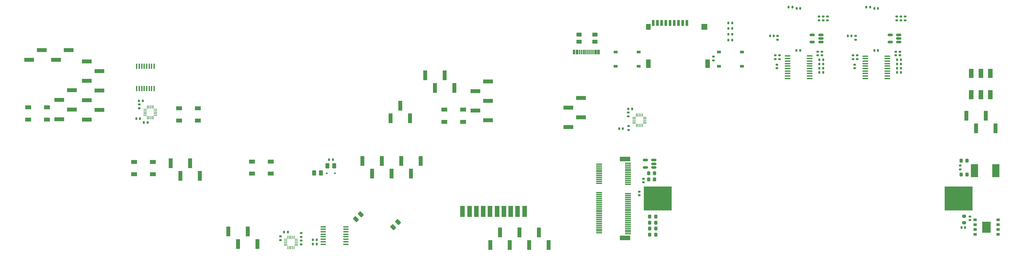
<source format=gbr>
%TF.GenerationSoftware,KiCad,Pcbnew,(6.0.5)*%
%TF.CreationDate,2022-07-01T10:57:45+02:00*%
%TF.ProjectId,clarinoid-bodytest,636c6172-696e-46f6-9964-2d626f647974,rev?*%
%TF.SameCoordinates,Original*%
%TF.FileFunction,Paste,Top*%
%TF.FilePolarity,Positive*%
%FSLAX46Y46*%
G04 Gerber Fmt 4.6, Leading zero omitted, Abs format (unit mm)*
G04 Created by KiCad (PCBNEW (6.0.5)) date 2022-07-01 10:57:45*
%MOMM*%
%LPD*%
G01*
G04 APERTURE LIST*
G04 Aperture macros list*
%AMRoundRect*
0 Rectangle with rounded corners*
0 $1 Rounding radius*
0 $2 $3 $4 $5 $6 $7 $8 $9 X,Y pos of 4 corners*
0 Add a 4 corners polygon primitive as box body*
4,1,4,$2,$3,$4,$5,$6,$7,$8,$9,$2,$3,0*
0 Add four circle primitives for the rounded corners*
1,1,$1+$1,$2,$3*
1,1,$1+$1,$4,$5*
1,1,$1+$1,$6,$7*
1,1,$1+$1,$8,$9*
0 Add four rect primitives between the rounded corners*
20,1,$1+$1,$2,$3,$4,$5,0*
20,1,$1+$1,$4,$5,$6,$7,0*
20,1,$1+$1,$6,$7,$8,$9,0*
20,1,$1+$1,$8,$9,$2,$3,0*%
%AMFreePoly0*
4,1,14,0.088284,0.450784,0.100000,0.422500,0.100000,-0.422500,0.088284,-0.450784,0.060000,-0.462500,0.036569,-0.462500,0.008285,-0.450784,-0.088284,-0.354215,-0.100000,-0.325931,-0.100000,0.422500,-0.088284,0.450784,-0.060000,0.462500,0.060000,0.462500,0.088284,0.450784,0.088284,0.450784,$1*%
%AMFreePoly1*
4,1,14,0.088284,0.450784,0.100000,0.422500,0.100000,-0.325931,0.088284,-0.354215,-0.008285,-0.450784,-0.036569,-0.462500,-0.060000,-0.462500,-0.088284,-0.450784,-0.100000,-0.422500,-0.100000,0.422500,-0.088284,0.450784,-0.060000,0.462500,0.060000,0.462500,0.088284,0.450784,0.088284,0.450784,$1*%
%AMFreePoly2*
4,1,14,0.450784,0.088284,0.462500,0.060000,0.462500,-0.060000,0.450784,-0.088284,0.422500,-0.100000,-0.422500,-0.100000,-0.450784,-0.088284,-0.462500,-0.060000,-0.462500,-0.036569,-0.450784,-0.008285,-0.354215,0.088284,-0.325931,0.100000,0.422500,0.100000,0.450784,0.088284,0.450784,0.088284,$1*%
%AMFreePoly3*
4,1,14,0.450784,0.088284,0.462500,0.060000,0.462500,-0.060000,0.450784,-0.088284,0.422500,-0.100000,-0.325931,-0.100000,-0.354215,-0.088284,-0.450784,0.008285,-0.462500,0.036569,-0.462500,0.060000,-0.450784,0.088284,-0.422500,0.100000,0.422500,0.100000,0.450784,0.088284,0.450784,0.088284,$1*%
%AMFreePoly4*
4,1,14,-0.008285,0.450784,0.088284,0.354215,0.100000,0.325931,0.100000,-0.422500,0.088284,-0.450784,0.060000,-0.462500,-0.060000,-0.462500,-0.088284,-0.450784,-0.100000,-0.422500,-0.100000,0.422500,-0.088284,0.450784,-0.060000,0.462500,-0.036569,0.462500,-0.008285,0.450784,-0.008285,0.450784,$1*%
%AMFreePoly5*
4,1,14,0.088284,0.450784,0.100000,0.422500,0.100000,-0.422500,0.088284,-0.450784,0.060000,-0.462500,-0.060000,-0.462500,-0.088284,-0.450784,-0.100000,-0.422500,-0.100000,0.325931,-0.088284,0.354215,0.008285,0.450784,0.036569,0.462500,0.060000,0.462500,0.088284,0.450784,0.088284,0.450784,$1*%
%AMFreePoly6*
4,1,14,0.450784,0.088284,0.462500,0.060000,0.462500,0.036569,0.450784,0.008285,0.354215,-0.088284,0.325931,-0.100000,-0.422500,-0.100000,-0.450784,-0.088284,-0.462500,-0.060000,-0.462500,0.060000,-0.450784,0.088284,-0.422500,0.100000,0.422500,0.100000,0.450784,0.088284,0.450784,0.088284,$1*%
%AMFreePoly7*
4,1,14,0.354215,0.088284,0.450784,-0.008285,0.462500,-0.036569,0.462500,-0.060000,0.450784,-0.088284,0.422500,-0.100000,-0.422500,-0.100000,-0.450784,-0.088284,-0.462500,-0.060000,-0.462500,0.060000,-0.450784,0.088284,-0.422500,0.100000,0.325931,0.100000,0.354215,0.088284,0.354215,0.088284,$1*%
G04 Aperture macros list end*
%ADD10R,1.300000X2.375000*%
%ADD11R,1.000000X2.510000*%
%ADD12RoundRect,0.150000X0.512500X0.150000X-0.512500X0.150000X-0.512500X-0.150000X0.512500X-0.150000X0*%
%ADD13RoundRect,0.140000X-0.170000X0.140000X-0.170000X-0.140000X0.170000X-0.140000X0.170000X0.140000X0*%
%ADD14RoundRect,0.135000X-0.185000X0.135000X-0.185000X-0.135000X0.185000X-0.135000X0.185000X0.135000X0*%
%ADD15RoundRect,0.135000X0.185000X-0.135000X0.185000X0.135000X-0.185000X0.135000X-0.185000X-0.135000X0*%
%ADD16RoundRect,0.140000X0.140000X0.170000X-0.140000X0.170000X-0.140000X-0.170000X0.140000X-0.170000X0*%
%ADD17RoundRect,0.140000X-0.140000X-0.170000X0.140000X-0.170000X0.140000X0.170000X-0.140000X0.170000X0*%
%ADD18RoundRect,0.100000X-0.637500X-0.100000X0.637500X-0.100000X0.637500X0.100000X-0.637500X0.100000X0*%
%ADD19RoundRect,0.135000X-0.135000X-0.185000X0.135000X-0.185000X0.135000X0.185000X-0.135000X0.185000X0*%
%ADD20RoundRect,0.135000X0.135000X0.185000X-0.135000X0.185000X-0.135000X-0.185000X0.135000X-0.185000X0*%
%ADD21R,2.510000X1.000000*%
%ADD22R,0.450000X1.475000*%
%ADD23RoundRect,0.225000X-0.225000X-0.250000X0.225000X-0.250000X0.225000X0.250000X-0.225000X0.250000X0*%
%ADD24R,0.950000X0.700000*%
%ADD25R,2.250000X2.850000*%
%ADD26RoundRect,0.147500X-0.147500X-0.172500X0.147500X-0.172500X0.147500X0.172500X-0.147500X0.172500X0*%
%ADD27R,7.340000X6.350000*%
%ADD28R,0.300000X1.150000*%
%ADD29RoundRect,0.225000X0.225000X0.250000X-0.225000X0.250000X-0.225000X-0.250000X0.225000X-0.250000X0*%
%ADD30R,0.600000X0.450000*%
%ADD31R,1.500000X1.000000*%
%ADD32R,0.700000X1.600000*%
%ADD33R,1.200000X1.500000*%
%ADD34R,1.200000X2.200000*%
%ADD35R,1.600000X1.500000*%
%ADD36RoundRect,0.250000X0.262500X0.450000X-0.262500X0.450000X-0.262500X-0.450000X0.262500X-0.450000X0*%
%ADD37R,1.200000X3.000000*%
%ADD38R,1.850000X3.500000*%
%ADD39RoundRect,0.250000X0.132583X-0.503814X0.503814X-0.132583X-0.132583X0.503814X-0.503814X0.132583X0*%
%ADD40R,1.000000X0.750000*%
%ADD41RoundRect,0.250000X-0.450000X0.262500X-0.450000X-0.262500X0.450000X-0.262500X0.450000X0.262500X0*%
%ADD42FreePoly0,0.000000*%
%ADD43RoundRect,0.050000X-0.050000X-0.412500X0.050000X-0.412500X0.050000X0.412500X-0.050000X0.412500X0*%
%ADD44FreePoly1,0.000000*%
%ADD45FreePoly2,0.000000*%
%ADD46RoundRect,0.050000X-0.412500X-0.050000X0.412500X-0.050000X0.412500X0.050000X-0.412500X0.050000X0*%
%ADD47FreePoly3,0.000000*%
%ADD48FreePoly4,0.000000*%
%ADD49FreePoly5,0.000000*%
%ADD50FreePoly6,0.000000*%
%ADD51FreePoly7,0.000000*%
%ADD52RoundRect,0.250000X-0.132583X0.503814X-0.503814X0.132583X0.132583X-0.503814X0.503814X-0.132583X0*%
%ADD53RoundRect,0.140000X0.170000X-0.140000X0.170000X0.140000X-0.170000X0.140000X-0.170000X-0.140000X0*%
%ADD54RoundRect,0.200000X-0.275000X0.200000X-0.275000X-0.200000X0.275000X-0.200000X0.275000X0.200000X0*%
%ADD55R,1.550000X0.300000*%
%ADD56R,2.750000X1.200000*%
%ADD57FreePoly7,270.000000*%
%ADD58RoundRect,0.050000X-0.050000X0.412500X-0.050000X-0.412500X0.050000X-0.412500X0.050000X0.412500X0*%
%ADD59FreePoly6,270.000000*%
%ADD60FreePoly5,270.000000*%
%ADD61RoundRect,0.050000X-0.412500X0.050000X-0.412500X-0.050000X0.412500X-0.050000X0.412500X0.050000X0*%
%ADD62FreePoly4,270.000000*%
%ADD63FreePoly3,270.000000*%
%ADD64FreePoly2,270.000000*%
%ADD65FreePoly1,270.000000*%
%ADD66FreePoly0,270.000000*%
%ADD67R,1.475000X0.450000*%
G04 APERTURE END LIST*
D10*
%TO.C,U1*%
X-45839196Y-204010034D03*
X-48339196Y-204010034D03*
X-50839196Y-204010034D03*
X-50839196Y-198384034D03*
X-48339196Y-198384034D03*
X-45839196Y-198384034D03*
%TD*%
D11*
%TO.C,J1*%
X-44529196Y-212852034D03*
X-47069196Y-209542034D03*
X-49609196Y-212852034D03*
X-52149196Y-209542034D03*
%TD*%
D12*
%TO.C,U5*%
X-92413707Y-190242523D03*
X-92413707Y-188342523D03*
X-90138707Y-188342523D03*
X-90138707Y-189292523D03*
X-90138707Y-190242523D03*
%TD*%
D13*
%TO.C,C12*%
X-102076207Y-194672523D03*
X-102076207Y-193712523D03*
%TD*%
D14*
%TO.C,R1*%
X-89576207Y-184502523D03*
X-89576207Y-183482523D03*
%TD*%
D15*
%TO.C,R5*%
X-101476207Y-188572523D03*
X-101476207Y-189592523D03*
%TD*%
D13*
%TO.C,C4*%
X-101676207Y-197072523D03*
X-101676207Y-196112523D03*
%TD*%
D16*
%TO.C,C5*%
X-96556207Y-192392523D03*
X-95596207Y-192392523D03*
%TD*%
D14*
%TO.C,R2*%
X-88476207Y-184502523D03*
X-88476207Y-183482523D03*
%TD*%
D13*
%TO.C,C1*%
X-89876207Y-193672523D03*
X-89876207Y-192712523D03*
%TD*%
D17*
%TO.C,C6*%
X-95571902Y-181392523D03*
X-96531902Y-181392523D03*
%TD*%
D18*
%TO.C,U4*%
X-93151207Y-193892523D03*
X-93151207Y-194542523D03*
X-93151207Y-195192523D03*
X-93151207Y-195842523D03*
X-93151207Y-196492523D03*
X-93151207Y-197142523D03*
X-93151207Y-197792523D03*
X-93151207Y-198442523D03*
X-93151207Y-199092523D03*
X-93151207Y-199742523D03*
X-98876207Y-199742523D03*
X-98876207Y-199092523D03*
X-98876207Y-198442523D03*
X-98876207Y-197792523D03*
X-98876207Y-197142523D03*
X-98876207Y-196492523D03*
X-98876207Y-195842523D03*
X-98876207Y-195192523D03*
X-98876207Y-194542523D03*
X-98876207Y-193892523D03*
%TD*%
D19*
%TO.C,R4*%
X-97641902Y-181092523D03*
X-98661902Y-181092523D03*
%TD*%
D16*
%TO.C,C11*%
X-90556207Y-198192523D03*
X-89596207Y-198192523D03*
%TD*%
D14*
%TO.C,R3*%
X-90676207Y-184502523D03*
X-90676207Y-183482523D03*
%TD*%
D17*
%TO.C,C10*%
X-89596207Y-195992523D03*
X-90556207Y-195992523D03*
%TD*%
D13*
%TO.C,C3*%
X-90976207Y-193672523D03*
X-90976207Y-192712523D03*
%TD*%
D16*
%TO.C,C8*%
X-90556207Y-197092523D03*
X-89596207Y-197092523D03*
%TD*%
%TO.C,C9*%
X-103456207Y-188582523D03*
X-102496207Y-188582523D03*
%TD*%
D17*
%TO.C,C7*%
X-89596207Y-194892523D03*
X-90556207Y-194892523D03*
%TD*%
D13*
%TO.C,C13*%
X-100976207Y-194672523D03*
X-100976207Y-193712523D03*
%TD*%
D20*
%TO.C,R17*%
X-222016696Y-243097034D03*
X-223036696Y-243097034D03*
%TD*%
D13*
%TO.C,C16*%
X-51251696Y-235917034D03*
X-51251696Y-236877034D03*
%TD*%
D16*
%TO.C,C31*%
X-142919196Y-212897034D03*
X-141959196Y-212897034D03*
%TD*%
%TO.C,C29*%
X-267471696Y-205597034D03*
X-268431696Y-205597034D03*
%TD*%
D21*
%TO.C,SW14*%
X-297156696Y-194867034D03*
X-293846696Y-192327034D03*
%TD*%
D15*
%TO.C,R5*%
X-81139196Y-189597034D03*
X-81139196Y-188577034D03*
%TD*%
D22*
%TO.C,IC3*%
X-264476696Y-196559034D03*
X-265126696Y-196559034D03*
X-265776696Y-196559034D03*
X-266426696Y-196559034D03*
X-267076696Y-196559034D03*
X-267726696Y-196559034D03*
X-268376696Y-196559034D03*
X-269026696Y-196559034D03*
X-269026696Y-202435034D03*
X-268376696Y-202435034D03*
X-267726696Y-202435034D03*
X-267076696Y-202435034D03*
X-266426696Y-202435034D03*
X-265776696Y-202435034D03*
X-265126696Y-202435034D03*
X-264476696Y-202435034D03*
%TD*%
D23*
%TO.C,C25*%
X-134926696Y-235897034D03*
X-133376696Y-235897034D03*
%TD*%
D21*
%TO.C,J21*%
X-177221696Y-200506034D03*
X-180531696Y-203046034D03*
X-177221696Y-205586034D03*
X-180531696Y-208126034D03*
X-177221696Y-210666034D03*
%TD*%
D13*
%TO.C,C13*%
X-80639196Y-193717034D03*
X-80639196Y-194677034D03*
%TD*%
D23*
%TO.C,C24*%
X-134926696Y-237497034D03*
X-133376696Y-237497034D03*
%TD*%
D14*
%TO.C,R11*%
X-118251696Y-193987034D03*
X-118251696Y-195007034D03*
%TD*%
D24*
%TO.C,IC2*%
X-49826696Y-236792034D03*
X-49826696Y-238062034D03*
X-49826696Y-239332034D03*
X-49826696Y-240602034D03*
X-43876696Y-240602034D03*
X-43876696Y-239332034D03*
X-43876696Y-238062034D03*
X-43876696Y-236792034D03*
D25*
X-46851696Y-238697034D03*
%TD*%
D12*
%TO.C,U7*%
X-133814196Y-223047034D03*
X-133814196Y-222097034D03*
X-133814196Y-221147034D03*
X-136089196Y-221147034D03*
X-136089196Y-223047034D03*
%TD*%
D17*
%TO.C,C7*%
X-70219196Y-194897034D03*
X-69259196Y-194897034D03*
%TD*%
D12*
%TO.C,U5*%
X-69801696Y-190247034D03*
X-69801696Y-189297034D03*
X-69801696Y-188347034D03*
X-72076696Y-188347034D03*
X-72076696Y-190247034D03*
%TD*%
D13*
%TO.C,C12*%
X-81739196Y-193717034D03*
X-81739196Y-194677034D03*
%TD*%
D15*
%TO.C,R12*%
X-53751696Y-223607034D03*
X-53751696Y-222587034D03*
%TD*%
D26*
%TO.C,D2*%
X-114341207Y-189692523D03*
X-113371207Y-189692523D03*
%TD*%
D16*
%TO.C,C5*%
X-75259196Y-192397034D03*
X-76219196Y-192397034D03*
%TD*%
D27*
%TO.C,BT1*%
X-54139196Y-231197034D03*
X-132799196Y-231197034D03*
%TD*%
D11*
%TO.C,J7*%
X-260136696Y-221942034D03*
X-257596696Y-225252034D03*
X-255056696Y-221942034D03*
X-252516696Y-225252034D03*
%TD*%
D14*
%TO.C,R15*%
X-226026696Y-240212034D03*
X-226026696Y-241232034D03*
%TD*%
D28*
%TO.C,J5*%
X-154856207Y-192847523D03*
X-154056207Y-192847523D03*
X-152756207Y-192847523D03*
X-151756207Y-192847523D03*
X-151256207Y-192847523D03*
X-150256207Y-192847523D03*
X-148956207Y-192847523D03*
X-148156207Y-192847523D03*
X-148456207Y-192847523D03*
X-149256207Y-192847523D03*
X-149756207Y-192847523D03*
X-150756207Y-192847523D03*
X-152256207Y-192847523D03*
X-153256207Y-192847523D03*
X-153756207Y-192847523D03*
X-154556207Y-192847523D03*
%TD*%
D14*
%TO.C,R2*%
X-68139196Y-183487034D03*
X-68139196Y-184507034D03*
%TD*%
D17*
%TO.C,C27*%
X-230506696Y-239997034D03*
X-229546696Y-239997034D03*
%TD*%
D11*
%TO.C,J9*%
X-210046696Y-221342034D03*
X-207506696Y-224652034D03*
X-204966696Y-221342034D03*
X-202426696Y-224652034D03*
X-199886696Y-221342034D03*
X-197346696Y-224652034D03*
X-194806696Y-221342034D03*
%TD*%
D29*
%TO.C,C23*%
X-133651696Y-226197034D03*
X-135201696Y-226197034D03*
%TD*%
D13*
%TO.C,C4*%
X-81339196Y-196117034D03*
X-81339196Y-197077034D03*
%TD*%
D14*
%TO.C,R1*%
X-69239196Y-183487034D03*
X-69239196Y-184507034D03*
%TD*%
D30*
%TO.C,D1*%
X-217226696Y-224597034D03*
X-219326696Y-224597034D03*
%TD*%
D11*
%TO.C,J12*%
X-161351696Y-243407034D03*
X-163891696Y-240097034D03*
X-166431696Y-243407034D03*
X-168971696Y-240097034D03*
X-171511696Y-243407034D03*
X-174051696Y-240097034D03*
X-176591696Y-243407034D03*
%TD*%
D16*
%TO.C,C14*%
X-217776696Y-220997034D03*
X-218736696Y-220997034D03*
%TD*%
D17*
%TO.C,C15*%
X-53431696Y-238797034D03*
X-52471696Y-238797034D03*
%TD*%
D31*
%TO.C,D8*%
X-269701696Y-221597034D03*
X-269701696Y-224797034D03*
X-264801696Y-224797034D03*
X-264801696Y-221597034D03*
%TD*%
D29*
%TO.C,C20*%
X-133651696Y-224597034D03*
X-135201696Y-224597034D03*
%TD*%
D15*
%TO.C,R35*%
X-268351696Y-207597034D03*
X-268351696Y-206577034D03*
%TD*%
D32*
%TO.C,J11*%
X-125251207Y-185242523D03*
X-126351207Y-185242523D03*
X-127451207Y-185242523D03*
X-128551207Y-185242523D03*
X-129651207Y-185242523D03*
X-130751207Y-185242523D03*
X-131851207Y-185242523D03*
X-132951207Y-185242523D03*
X-134051207Y-185242523D03*
D33*
X-135251207Y-186242523D03*
D34*
X-135251207Y-195842523D03*
X-119751207Y-195842523D03*
D35*
X-120651207Y-186242523D03*
%TD*%
D36*
%TO.C,R7*%
X-217376696Y-222597034D03*
X-219201696Y-222597034D03*
%TD*%
D21*
%TO.C,SW13*%
X-290156696Y-194867034D03*
X-286846696Y-192327034D03*
%TD*%
D17*
%TO.C,C10*%
X-70219196Y-195997034D03*
X-69259196Y-195997034D03*
%TD*%
D36*
%TO.C,R6*%
X-220864196Y-224497034D03*
X-222689196Y-224497034D03*
%TD*%
D23*
%TO.C,C22*%
X-134926696Y-239097034D03*
X-133376696Y-239097034D03*
%TD*%
D15*
%TO.C,R19*%
X-140539196Y-208687034D03*
X-140539196Y-209707034D03*
%TD*%
D37*
%TO.C,J19*%
X-183851696Y-234597034D03*
X-182051696Y-234597034D03*
X-180251696Y-234597034D03*
X-178451696Y-234597034D03*
X-176651696Y-234597034D03*
X-174851696Y-234597034D03*
X-173051696Y-234597034D03*
X-171251696Y-234597034D03*
X-169451696Y-234597034D03*
X-167651696Y-234597034D03*
%TD*%
D16*
%TO.C,C2*%
X-268171696Y-210297034D03*
X-269131696Y-210297034D03*
%TD*%
D23*
%TO.C,C18*%
X-134926696Y-240697034D03*
X-133376696Y-240697034D03*
%TD*%
D16*
%TO.C,C9*%
X-82159196Y-188587034D03*
X-83119196Y-188587034D03*
%TD*%
D23*
%TO.C,C21*%
X-53526696Y-224897034D03*
X-51976696Y-224897034D03*
%TD*%
D38*
%TO.C,L1*%
X-50051696Y-223897034D03*
X-44451696Y-223897034D03*
%TD*%
D31*
%TO.C,D16*%
X-292551696Y-210532034D03*
X-292551696Y-207332034D03*
X-297451696Y-207332034D03*
X-297451696Y-210532034D03*
%TD*%
D39*
%TO.C,R9*%
X-202026696Y-238697034D03*
X-200736226Y-237406564D03*
%TD*%
D15*
%TO.C,R20*%
X-140439196Y-212187034D03*
X-140439196Y-213207034D03*
%TD*%
D11*
%TO.C,J6*%
X-237516696Y-243152034D03*
X-240056696Y-239842034D03*
X-242596696Y-243152034D03*
X-245136696Y-239842034D03*
%TD*%
D40*
%TO.C,SW6*%
X-137856207Y-196567523D03*
X-137856207Y-192817523D03*
X-143856207Y-196567523D03*
X-143856207Y-192817523D03*
%TD*%
D31*
%TO.C,D7*%
X-238876696Y-221497034D03*
X-238876696Y-224697034D03*
X-233976696Y-224697034D03*
X-233976696Y-221497034D03*
%TD*%
D21*
%TO.C,J18*%
X-289276696Y-210477034D03*
X-285966696Y-207937034D03*
X-289276696Y-205397034D03*
X-285966696Y-202857034D03*
%TD*%
D16*
%TO.C,C11*%
X-69259196Y-198197034D03*
X-70219196Y-198197034D03*
%TD*%
%TO.C,C8*%
X-69259196Y-197097034D03*
X-70219196Y-197097034D03*
%TD*%
D26*
%TO.C,D5*%
X-114341207Y-185192523D03*
X-113371207Y-185192523D03*
%TD*%
D41*
%TO.C,R14*%
X-153376207Y-188280023D03*
X-153376207Y-190105023D03*
%TD*%
D18*
%TO.C,U4*%
X-78539196Y-193897034D03*
X-78539196Y-194547034D03*
X-78539196Y-195197034D03*
X-78539196Y-195847034D03*
X-78539196Y-196497034D03*
X-78539196Y-197147034D03*
X-78539196Y-197797034D03*
X-78539196Y-198447034D03*
X-78539196Y-199097034D03*
X-78539196Y-199747034D03*
X-72814196Y-199747034D03*
X-72814196Y-199097034D03*
X-72814196Y-198447034D03*
X-72814196Y-197797034D03*
X-72814196Y-197147034D03*
X-72814196Y-196497034D03*
X-72814196Y-195847034D03*
X-72814196Y-195197034D03*
X-72814196Y-194547034D03*
X-72814196Y-193897034D03*
%TD*%
D31*
%TO.C,D25*%
X-183751696Y-211097034D03*
X-183751696Y-207897034D03*
X-188651696Y-207897034D03*
X-188651696Y-211097034D03*
%TD*%
D20*
%TO.C,R18*%
X-222016696Y-241997034D03*
X-223036696Y-241997034D03*
%TD*%
D21*
%TO.C,J10*%
X-282089196Y-210497034D03*
X-278779196Y-207957034D03*
X-282089196Y-205417034D03*
X-278779196Y-202877034D03*
X-282089196Y-200337034D03*
X-278779196Y-197797034D03*
X-282089196Y-195257034D03*
%TD*%
D40*
%TO.C,SW1*%
X-116856207Y-192817523D03*
X-116856207Y-196567523D03*
X-110856207Y-192817523D03*
X-110856207Y-196567523D03*
%TD*%
D26*
%TO.C,D3*%
X-114341207Y-188192523D03*
X-113371207Y-188192523D03*
%TD*%
D15*
%TO.C,R16*%
X-231426696Y-242132034D03*
X-231426696Y-241112034D03*
%TD*%
D11*
%TO.C,J14*%
X-185991696Y-202252034D03*
X-188531696Y-198942034D03*
X-191071696Y-202252034D03*
X-193611696Y-198942034D03*
%TD*%
D42*
%TO.C,U11*%
X-138439196Y-209309534D03*
D43*
X-138039196Y-209309534D03*
X-137639196Y-209309534D03*
X-137239196Y-209309534D03*
D44*
X-136839196Y-209309534D03*
D45*
X-136251696Y-209897034D03*
D46*
X-136251696Y-210297034D03*
X-136251696Y-210697034D03*
X-136251696Y-211097034D03*
D47*
X-136251696Y-211497034D03*
D48*
X-136839196Y-212084534D03*
D43*
X-137239196Y-212084534D03*
X-137639196Y-212084534D03*
X-138039196Y-212084534D03*
D49*
X-138439196Y-212084534D03*
D50*
X-139026696Y-211497034D03*
D46*
X-139026696Y-211097034D03*
X-139026696Y-210697034D03*
X-139026696Y-210297034D03*
D51*
X-139026696Y-209897034D03*
%TD*%
D21*
%TO.C,J2*%
X-156181696Y-212507034D03*
X-152871696Y-209967034D03*
X-156181696Y-207427034D03*
X-152871696Y-204887034D03*
%TD*%
D11*
%TO.C,U9*%
X-197607696Y-210197034D03*
X-200147696Y-206887034D03*
X-202687696Y-210197034D03*
%TD*%
D17*
%TO.C,C32*%
X-139559196Y-207697034D03*
X-140519196Y-207697034D03*
%TD*%
D52*
%TO.C,R8*%
X-210481461Y-235351799D03*
X-211771931Y-236642269D03*
%TD*%
D23*
%TO.C,C19*%
X-53526696Y-221297034D03*
X-51976696Y-221297034D03*
%TD*%
D53*
%TO.C,C17*%
X-136551696Y-226977034D03*
X-136551696Y-226017034D03*
%TD*%
D13*
%TO.C,C3*%
X-70639196Y-192717034D03*
X-70639196Y-193677034D03*
%TD*%
D20*
%TO.C,R36*%
X-266141696Y-211297034D03*
X-267161696Y-211297034D03*
%TD*%
D13*
%TO.C,C1*%
X-69539196Y-192717034D03*
X-69539196Y-193677034D03*
%TD*%
D14*
%TO.C,R3*%
X-70339196Y-183487034D03*
X-70339196Y-184507034D03*
%TD*%
D13*
%TO.C,C26*%
X-137651696Y-229417034D03*
X-137651696Y-230377034D03*
%TD*%
D54*
%TO.C,R10*%
X-52751696Y-235872034D03*
X-52751696Y-237522034D03*
%TD*%
D55*
%TO.C,U2*%
X-140626696Y-221947034D03*
X-148176696Y-222197034D03*
X-140626696Y-222447034D03*
X-148176696Y-222697034D03*
X-140626696Y-222947034D03*
X-148176696Y-223197034D03*
X-140626696Y-223447034D03*
X-148176696Y-223697034D03*
X-140626696Y-223947034D03*
X-148176696Y-224197034D03*
X-140626696Y-224447034D03*
X-148176696Y-224697034D03*
X-140626696Y-224947034D03*
X-148176696Y-225197034D03*
X-140626696Y-225447034D03*
X-148176696Y-225697034D03*
X-140626696Y-225947034D03*
X-148176696Y-226197034D03*
X-140626696Y-226447034D03*
X-148176696Y-226697034D03*
X-140626696Y-226947034D03*
X-148176696Y-227197034D03*
X-140626696Y-227447034D03*
X-148176696Y-229697034D03*
X-140626696Y-229947034D03*
X-148176696Y-230197034D03*
X-140626696Y-230447034D03*
X-148176696Y-230697034D03*
X-140626696Y-230947034D03*
X-148176696Y-231197034D03*
X-140626696Y-231447034D03*
X-148176696Y-231697034D03*
X-140626696Y-231947034D03*
X-148176696Y-232197034D03*
X-140626696Y-232447034D03*
X-148176696Y-232697034D03*
X-140626696Y-232947034D03*
X-148176696Y-233197034D03*
X-140626696Y-233447034D03*
X-148176696Y-233697034D03*
X-140626696Y-233947034D03*
X-148176696Y-234197034D03*
X-140626696Y-234447034D03*
X-148176696Y-234697034D03*
X-140626696Y-234947034D03*
X-148176696Y-235197034D03*
X-140626696Y-235447034D03*
X-148176696Y-235697034D03*
X-140626696Y-235947034D03*
X-148176696Y-236197034D03*
X-140626696Y-236447034D03*
X-148176696Y-236697034D03*
X-140626696Y-236947034D03*
X-148176696Y-237197034D03*
X-140626696Y-237447034D03*
X-148176696Y-237697034D03*
X-140626696Y-237947034D03*
X-148176696Y-238197034D03*
X-140626696Y-238447034D03*
X-148176696Y-238697034D03*
X-140626696Y-238947034D03*
X-148176696Y-239197034D03*
X-140626696Y-239447034D03*
X-148176696Y-239697034D03*
X-140626696Y-239947034D03*
X-148176696Y-240197034D03*
X-140626696Y-240447034D03*
D56*
X-141401696Y-220847034D03*
X-141401696Y-241547034D03*
%TD*%
D41*
%TO.C,R13*%
X-149268707Y-188280023D03*
X-149268707Y-190105023D03*
%TD*%
D31*
%TO.C,D17*%
X-253051696Y-210747034D03*
X-253051696Y-207547034D03*
X-257951696Y-207547034D03*
X-257951696Y-210747034D03*
%TD*%
D57*
%TO.C,U8*%
X-227926696Y-241309534D03*
D58*
X-228326696Y-241309534D03*
X-228726696Y-241309534D03*
X-229126696Y-241309534D03*
D59*
X-229526696Y-241309534D03*
D60*
X-230114196Y-241897034D03*
D61*
X-230114196Y-242297034D03*
X-230114196Y-242697034D03*
X-230114196Y-243097034D03*
D62*
X-230114196Y-243497034D03*
D63*
X-229526696Y-244084534D03*
D58*
X-229126696Y-244084534D03*
X-228726696Y-244084534D03*
X-228326696Y-244084534D03*
D64*
X-227926696Y-244084534D03*
D65*
X-227339196Y-243497034D03*
D61*
X-227339196Y-243097034D03*
X-227339196Y-242697034D03*
X-227339196Y-242297034D03*
D66*
X-227339196Y-241897034D03*
%TD*%
D17*
%TO.C,C6*%
X-76194891Y-181397034D03*
X-75234891Y-181397034D03*
%TD*%
D19*
%TO.C,R4*%
X-78324891Y-181097034D03*
X-77304891Y-181097034D03*
%TD*%
D13*
%TO.C,C28*%
X-226026696Y-242222034D03*
X-226026696Y-243182034D03*
%TD*%
D67*
%TO.C,IC1*%
X-214388696Y-243172034D03*
X-214388696Y-242522034D03*
X-214388696Y-241872034D03*
X-214388696Y-241222034D03*
X-214388696Y-240572034D03*
X-214388696Y-239922034D03*
X-214388696Y-239272034D03*
X-214388696Y-238622034D03*
X-220264696Y-238622034D03*
X-220264696Y-239272034D03*
X-220264696Y-239922034D03*
X-220264696Y-240572034D03*
X-220264696Y-241222034D03*
X-220264696Y-241872034D03*
X-220264696Y-242522034D03*
X-220264696Y-243172034D03*
%TD*%
D51*
%TO.C,U10*%
X-266889196Y-207847034D03*
D46*
X-266889196Y-208247034D03*
X-266889196Y-208647034D03*
X-266889196Y-209047034D03*
D50*
X-266889196Y-209447034D03*
D49*
X-266301696Y-210034534D03*
D43*
X-265901696Y-210034534D03*
X-265501696Y-210034534D03*
X-265101696Y-210034534D03*
D48*
X-264701696Y-210034534D03*
D47*
X-264114196Y-209447034D03*
D46*
X-264114196Y-209047034D03*
X-264114196Y-208647034D03*
X-264114196Y-208247034D03*
D45*
X-264114196Y-207847034D03*
D44*
X-264701696Y-207259534D03*
D43*
X-265101696Y-207259534D03*
X-265501696Y-207259534D03*
X-265901696Y-207259534D03*
D42*
X-266301696Y-207259534D03*
%TD*%
D26*
%TO.C,D4*%
X-114341207Y-186692523D03*
X-113371207Y-186692523D03*
%TD*%
M02*

</source>
